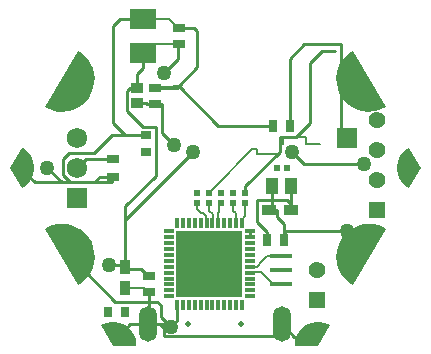
<source format=gbr>
%TF.GenerationSoftware,Altium Limited,Altium Designer,25.8.1 (18)*%
G04 Layer_Physical_Order=2*
G04 Layer_Color=16711680*
%FSLAX45Y45*%
%MOMM*%
%TF.SameCoordinates,DBAD572D-54B9-4E5B-BD18-095DBB1A99D2*%
%TF.FilePolarity,Positive*%
%TF.FileFunction,Copper,L2,Bot,Signal*%
%TF.Part,Single*%
G01*
G75*
%TA.AperFunction,SMDPad,CuDef*%
%ADD15R,0.65000X0.90000*%
%ADD16R,0.98000X0.88000*%
G04:AMPARAMS|DCode=23|XSize=1mm|YSize=1mm|CornerRadius=0.5mm|HoleSize=0mm|Usage=FLASHONLY|Rotation=0.000|XOffset=0mm|YOffset=0mm|HoleType=Round|Shape=RoundedRectangle|*
%AMROUNDEDRECTD23*
21,1,1.00000,0.00000,0,0,0.0*
21,1,0.00000,1.00000,0,0,0.0*
1,1,1.00000,0.00000,0.00000*
1,1,1.00000,0.00000,0.00000*
1,1,1.00000,0.00000,0.00000*
1,1,1.00000,0.00000,0.00000*
%
%ADD23ROUNDEDRECTD23*%
G04:AMPARAMS|DCode=24|XSize=1mm|YSize=1mm|CornerRadius=0.5mm|HoleSize=0mm|Usage=FLASHONLY|Rotation=300.000|XOffset=0mm|YOffset=0mm|HoleType=Round|Shape=RoundedRectangle|*
%AMROUNDEDRECTD24*
21,1,1.00000,0.00000,0,0,300.0*
21,1,0.00000,1.00000,0,0,300.0*
1,1,1.00000,0.00000,0.00000*
1,1,1.00000,0.00000,0.00000*
1,1,1.00000,0.00000,0.00000*
1,1,1.00000,0.00000,0.00000*
%
%ADD24ROUNDEDRECTD24*%
G04:AMPARAMS|DCode=26|XSize=1mm|YSize=1mm|CornerRadius=0.5mm|HoleSize=0mm|Usage=FLASHONLY|Rotation=240.000|XOffset=0mm|YOffset=0mm|HoleType=Round|Shape=RoundedRectangle|*
%AMROUNDEDRECTD26*
21,1,1.00000,0.00000,0,0,240.0*
21,1,0.00000,1.00000,0,0,240.0*
1,1,1.00000,0.00000,0.00000*
1,1,1.00000,0.00000,0.00000*
1,1,1.00000,0.00000,0.00000*
1,1,1.00000,0.00000,0.00000*
%
%ADD26ROUNDEDRECTD26*%
%ADD28R,0.78000X0.98000*%
%TA.AperFunction,Conductor*%
%ADD29C,0.25400*%
%TA.AperFunction,ComponentPad*%
%ADD30O,1.50000X3.00000*%
%ADD31C,1.42500*%
%ADD32R,1.42500X1.42500*%
%ADD33R,1.42500X1.42500*%
%ADD34C,0.50000*%
%ADD35R,1.72500X1.72500*%
%ADD36C,1.72500*%
%ADD37R,1.72500X1.72500*%
%TA.AperFunction,ViaPad*%
%ADD38C,1.27000*%
%TA.AperFunction,SMDPad,CuDef*%
%ADD39R,2.30000X1.80000*%
%ADD40R,1.02000X1.47000*%
%ADD41R,1.30000X0.95000*%
%ADD42R,1.90000X0.40005*%
%ADD43R,0.55880X0.55880*%
%ADD44R,0.90000X0.65000*%
%ADD45R,0.98000X0.78000*%
%ADD46R,0.55880X0.55880*%
%ADD47R,0.85000X0.30000*%
%ADD48R,0.30000X0.85000*%
%ADD49R,1.00000X0.80000*%
%ADD50R,5.70000X5.70000*%
%ADD51R,0.95000X1.30000*%
%TA.AperFunction,Conductor*%
%ADD52C,0.17780*%
G36*
X-967811Y-1333215D02*
X-952880Y-1324100D01*
X-920253Y-1311473D01*
X-885900Y-1304850D01*
X-850917Y-1304442D01*
X-816419Y-1310262D01*
X-783506Y-1322126D01*
X-753228Y-1339653D01*
X-726550Y-1362287D01*
X-704323Y-1389304D01*
X-687255Y-1419844D01*
X-675891Y-1452932D01*
X-670593Y-1487514D01*
X-671062Y-1505001D01*
Y-1505001D01*
X-868880D01*
X-967811Y-1333215D01*
D02*
G37*
G36*
X-1440820Y-514207D02*
X-1422047Y-502916D01*
X-1381401Y-486560D01*
X-1338679Y-476842D01*
X-1294958Y-474006D01*
X-1251338Y-478123D01*
X-1208920Y-489091D01*
X-1168771Y-506632D01*
X-1131904Y-530306D01*
X-1099246Y-559514D01*
X-1071623Y-593522D01*
X-1049728Y-631472D01*
X-1034114Y-672409D01*
X-1025174Y-715301D01*
X-1023133Y-759067D01*
X-1028043Y-802604D01*
X-1039781Y-844816D01*
X-1058049Y-884639D01*
X-1082389Y-921070D01*
X-1112186Y-953190D01*
X-1146691Y-980191D01*
X-1165862Y-990792D01*
Y-990791D01*
X-1440820Y-514207D01*
D02*
G37*
G36*
X-1638198Y171702D02*
X-1622840Y163329D01*
X-1595590Y141387D01*
X-1572678Y114948D01*
X-1554833Y84856D01*
X-1542625Y52069D01*
X-1536442Y17634D01*
X-1536483Y-17351D01*
X-1542745Y-51772D01*
X-1555029Y-84530D01*
X-1572944Y-114581D01*
X-1595917Y-140966D01*
X-1623217Y-162845D01*
X-1638595Y-171183D01*
Y-171183D01*
X-1737504Y133D01*
X-1638198Y171702D01*
D02*
G37*
G36*
X-1166015Y990182D02*
X-1146851Y979570D01*
X-1112363Y952547D01*
X-1082586Y920408D01*
X-1058269Y883962D01*
X-1040025Y844128D01*
X-1028314Y801908D01*
X-1023431Y758368D01*
X-1025499Y714603D01*
X-1034466Y671717D01*
X-1050106Y630790D01*
X-1072024Y592854D01*
X-1099669Y558863D01*
X-1132344Y529675D01*
X-1169227Y506025D01*
X-1209386Y488509D01*
X-1251812Y477567D01*
X-1295434Y473477D01*
X-1339153Y476340D01*
X-1381869Y486086D01*
X-1422505Y502467D01*
X-1441271Y513770D01*
X-1441271Y513770D01*
X-1166015Y990182D01*
D02*
G37*
G36*
X670413Y-1504917D02*
X669985Y-1487430D01*
X675363Y-1452860D01*
X686803Y-1419798D01*
X703942Y-1389298D01*
X726231Y-1362332D01*
X752962Y-1339760D01*
X783280Y-1322303D01*
X816220Y-1310516D01*
X850732Y-1304775D01*
X885714Y-1305264D01*
X920051Y-1311966D01*
X952649Y-1324669D01*
X967559Y-1333818D01*
D01*
X868649Y-1505134D01*
X670413Y-1504917D01*
D02*
G37*
G36*
X1166013Y-991185D02*
X1146849Y-980572D01*
X1112361Y-953550D01*
X1082584Y-921411D01*
X1058267Y-884965D01*
X1040023Y-845130D01*
X1028312Y-802911D01*
X1023429Y-759371D01*
X1025497Y-715606D01*
X1034464Y-672720D01*
X1050104Y-631793D01*
X1072022Y-593856D01*
X1099667Y-559866D01*
X1132342Y-530678D01*
X1169224Y-507027D01*
X1209384Y-489511D01*
X1251810Y-478570D01*
X1295431Y-474480D01*
X1339151Y-477343D01*
X1381867Y-487088D01*
X1422503Y-503470D01*
X1441269Y-514772D01*
D01*
X1166013Y-991185D01*
D02*
G37*
G36*
X1638198Y-171702D02*
X1622840Y-163329D01*
X1595590Y-141387D01*
X1572678Y-114948D01*
X1554833Y-84856D01*
X1542625Y-52070D01*
X1536442Y-17635D01*
X1536483Y17351D01*
X1542745Y51771D01*
X1555029Y84529D01*
X1572943Y114580D01*
X1595917Y140966D01*
X1623217Y162845D01*
X1638595Y171183D01*
X1638595Y171183D01*
X1737504Y-133D01*
X1638198Y-171702D01*
D02*
G37*
G36*
X1440820Y514207D02*
X1422047Y502916D01*
X1381401Y486560D01*
X1338679Y476841D01*
X1294957Y474005D01*
X1251338Y478123D01*
X1208919Y489091D01*
X1168771Y506632D01*
X1131903Y530305D01*
X1099246Y559514D01*
X1071622Y593522D01*
X1049728Y631472D01*
X1034114Y672409D01*
X1025173Y715300D01*
X1023133Y759066D01*
X1028043Y802604D01*
X1039780Y844816D01*
X1058049Y884639D01*
X1082389Y921069D01*
X1112186Y953190D01*
X1146691Y980191D01*
X1165862Y990791D01*
X1165862D01*
X1440820Y514207D01*
D02*
G37*
D15*
X-762002Y-1219202D02*
D03*
X-907000D02*
D03*
D16*
X-660402Y672601D02*
D03*
Y546601D02*
D03*
D23*
X-826010Y-1431012D02*
D03*
X-1239014Y-715012D02*
D03*
X1239010Y715008D02*
D03*
D24*
X1651989Y-2D02*
D03*
X-1651992D02*
D03*
X-1239014Y715008D02*
D03*
X1239010Y-716012D02*
D03*
D26*
X826006Y-1431012D02*
D03*
D28*
X438001Y-609602D02*
D03*
X578001D02*
D03*
X488801Y355598D02*
D03*
X628801D02*
D03*
D29*
X488801Y355588D02*
Y355598D01*
X24291Y355588D02*
X488801D01*
X-182018Y1187601D02*
X-152402Y1157984D01*
Y849547D02*
Y1157984D01*
X564401Y-1427492D02*
Y-1326801D01*
X668613Y-1431012D01*
X826006D01*
X294201Y-587798D02*
Y-537801D01*
X-304802Y1187601D02*
X-182018D01*
X-311035Y690914D02*
X-152402Y849547D01*
X-322348Y679601D02*
X-311035Y690914D01*
X-804948Y1262602D02*
X-609602D01*
X-870074Y1197476D02*
X-804948Y1262602D01*
X-508002Y679601D02*
X-322348D01*
X-311035Y690914D02*
X24291Y355588D01*
X-508002Y679601D02*
X-311035Y690914D01*
X-870074Y380988D02*
X-764786Y275700D01*
X-876302D02*
X-764786D01*
X-587900D01*
X-870074Y380988D02*
Y1197476D01*
X-1025014Y126988D02*
X-876302Y275700D01*
X-1242062Y126988D02*
X-1025014D01*
X-1027376Y-124472D02*
X-977902Y-74998D01*
X-1292862Y-63512D02*
X-1231902Y-124472D01*
X-1292862Y76188D02*
X-1242062Y126988D01*
X-1292862Y-63512D02*
Y76188D01*
X-1651992Y-2D02*
X-1527522Y-124472D01*
X-1422402Y-12D02*
X-1297942Y-124472D01*
X-873762Y-74998D02*
X-863602D01*
X-977902D02*
X-873762D01*
X-1027376Y-124472D02*
X-873762D01*
X-1297942D02*
X-1231902D01*
X-1527522D02*
X-1297942D01*
X-1231902D02*
X-1027376D01*
X-558802Y-1184632D02*
Y-1054401D01*
X-357187Y-1326801D02*
X-325797Y-1295412D01*
Y-1157800D01*
X-469902Y-1326801D02*
X-357187D01*
X-439422Y-1427492D02*
Y-1357281D01*
Y-1427492D02*
X564401D01*
X-469902Y-1326801D02*
X-439422Y-1357281D01*
X-575601Y-1201432D02*
X-558802Y-1184632D01*
X-575601Y-1326801D02*
X-469902D01*
X-873762Y-124472D02*
Y-74998D01*
X-575601Y-1326801D02*
Y-1201432D01*
X-721799Y-1326801D02*
X-575601D01*
X-826010Y-1431012D02*
X-721799Y-1326801D01*
X637198Y-304812D02*
Y-230212D01*
X-314962Y922008D02*
Y1047601D01*
X-762002Y-855992D02*
X-627372D01*
X-762002Y-825512D02*
Y-441972D01*
Y-327672D01*
X-904242Y-825512D02*
X-762002D01*
X578001Y-556272D02*
Y-473874D01*
X478798Y-355602D02*
X518158D01*
X478798D02*
Y-152402D01*
X518158Y-414032D02*
Y-355602D01*
X-453991Y296498D02*
Y539601D01*
X-1099822Y-881392D02*
Y-723912D01*
Y-881392D02*
X-848362Y-1132852D01*
X-495302D01*
X-462282Y-1165872D01*
Y-1262392D02*
Y-1165872D01*
Y-1262392D02*
X-373382Y-1351292D01*
X578001Y-609602D02*
Y-574194D01*
Y-556272D01*
X598321Y-535952D01*
X1115058D01*
X457198Y-355602D02*
X478798D01*
X637198D02*
Y-304812D01*
X601638Y-269252D02*
X637198Y-304812D01*
X353058Y-269252D02*
X601638D01*
X353058Y-458629D02*
Y-269252D01*
Y-458629D02*
X438001Y-543572D01*
Y-609602D02*
Y-543572D01*
X637198Y-230212D02*
X638798Y-228612D01*
Y-152402D01*
X518158Y-414032D02*
X578001Y-473874D01*
X253998Y-209552D02*
Y-154942D01*
X544691Y135751D01*
Y264026D01*
X683314D01*
X800276Y380988D01*
Y888988D01*
X903903Y992615D01*
X1011792D01*
X749298Y27928D02*
X1259838D01*
X647698Y129528D02*
X749298Y27928D01*
X-762002Y-441972D02*
X-190502Y129528D01*
X-1093401Y75000D02*
X-863602D01*
X-1168402Y-2D02*
X-1093401Y75000D01*
X-453991Y296498D02*
X-353062Y195568D01*
X-508002Y539601D02*
X-453991D01*
X-431802Y805168D02*
X-314962Y922008D01*
X-762002Y-836002D02*
Y-825512D01*
X628801Y355598D02*
Y923431D01*
X749298Y1043928D01*
X1064258D01*
X1066798Y1041388D01*
Y203198D02*
Y1041388D01*
X-723902Y672601D02*
X-660402D01*
X-749302Y647201D02*
X-723902Y672601D01*
X-749302Y482588D02*
Y647201D01*
Y482588D02*
X-613021Y346307D01*
X-504791D01*
Y-70461D02*
Y346307D01*
X-762002Y-327672D02*
X-504791Y-70461D01*
X-762002Y-855992D02*
Y-836002D01*
X-627372Y-855992D02*
X-568962Y-914402D01*
X-558802D01*
X-609602Y845808D02*
Y972600D01*
X-660402Y795008D02*
X-609602Y845808D01*
X-660402Y672601D02*
Y795008D01*
X-582282Y539601D02*
X-508002D01*
X-589282Y546601D02*
X-582282Y539601D01*
X-660402Y546601D02*
X-589282D01*
D30*
X564401Y-1326801D02*
D03*
X-575601D02*
D03*
D31*
X1371600Y406400D02*
D03*
Y152400D02*
D03*
Y-101600D02*
D03*
X863598Y-863602D02*
D03*
D32*
X1371600Y-355600D02*
D03*
D33*
X863598Y-1117602D02*
D03*
D34*
X-230598Y-1326801D02*
D03*
X219398D02*
D03*
D35*
X-1168402Y-254002D02*
D03*
D36*
Y-2D02*
D03*
Y253998D02*
D03*
D37*
X1117600Y254000D02*
D03*
D38*
X-1422402Y-12D02*
D03*
X-1099822Y-723912D02*
D03*
X-373382Y-1351292D02*
D03*
X1115058Y-535952D02*
D03*
X1259838Y27928D02*
D03*
X647698Y129528D02*
D03*
X-190502D02*
D03*
X-353062Y195568D02*
D03*
X-431802Y805168D02*
D03*
X-904242Y-825512D02*
D03*
D39*
X-609602Y972600D02*
D03*
Y1262602D02*
D03*
D40*
X478798Y-152402D02*
D03*
X638798D02*
D03*
D41*
X457198Y-355602D02*
D03*
X637198D02*
D03*
D42*
X558798Y-743612D02*
D03*
Y-863602D02*
D03*
Y-983591D02*
D03*
D43*
X520698Y-2D02*
D03*
X609598D02*
D03*
D44*
X-587900Y275700D02*
D03*
Y130702D02*
D03*
D45*
X-508002Y539601D02*
D03*
Y679601D02*
D03*
X-304802Y1187601D02*
D03*
X-558802Y-1054401D02*
D03*
X-304802Y1047601D02*
D03*
X-558802Y-914402D02*
D03*
D46*
X-152402Y-209552D02*
D03*
X50798D02*
D03*
Y-298452D02*
D03*
X-50802Y-209552D02*
D03*
Y-298452D02*
D03*
X-152402D02*
D03*
X152398Y-209552D02*
D03*
X253998D02*
D03*
Y-298452D02*
D03*
X152398D02*
D03*
D47*
X294201Y-637801D02*
D03*
Y-537801D02*
D03*
Y-587798D02*
D03*
X-395800Y-1087802D02*
D03*
Y-837800D02*
D03*
X294201D02*
D03*
X-395800Y-537801D02*
D03*
Y-587798D02*
D03*
Y-637801D02*
D03*
Y-687798D02*
D03*
Y-737800D02*
D03*
Y-787798D02*
D03*
Y-887798D02*
D03*
Y-937800D02*
D03*
Y-987797D02*
D03*
Y-1037800D02*
D03*
X294201Y-1087802D02*
D03*
Y-1037800D02*
D03*
Y-987797D02*
D03*
Y-937800D02*
D03*
Y-887798D02*
D03*
Y-787798D02*
D03*
Y-737800D02*
D03*
Y-687798D02*
D03*
D48*
X-275800Y-1157800D02*
D03*
X-325797D02*
D03*
X224199Y-467798D02*
D03*
X174202D02*
D03*
X124199D02*
D03*
X74202D02*
D03*
X24199D02*
D03*
X-25798D02*
D03*
X-75800D02*
D03*
X-125798D02*
D03*
X-175800D02*
D03*
X-225798D02*
D03*
X-275800D02*
D03*
X-325797D02*
D03*
X-225798Y-1157800D02*
D03*
X-175800D02*
D03*
X-125798D02*
D03*
X-75800D02*
D03*
X-25798D02*
D03*
X24199D02*
D03*
X74202D02*
D03*
X124199D02*
D03*
X174202D02*
D03*
X224199D02*
D03*
D49*
X-863602Y-74998D02*
D03*
Y75000D02*
D03*
D50*
X-50802Y-812802D02*
D03*
D51*
X-762002Y-1016002D02*
D03*
Y-836002D02*
D03*
D52*
X-389800Y1262602D02*
X-314799Y1187601D01*
X-304802D01*
X-609602Y1262602D02*
X-389800D01*
X-607199Y-1016002D02*
X-568799Y-1054401D01*
X-558802D01*
X-762002Y-1016002D02*
X-607199D01*
X-314962Y1047601D02*
X-304802D01*
X-534601D02*
X-314962D01*
X-50802Y-209552D02*
X-11432Y-170182D01*
Y-167408D01*
X312174Y156198D01*
X352921D01*
Y118098D02*
Y156198D01*
Y118098D02*
X547368D01*
Y119907D01*
X548501D01*
Y203198D01*
X567688D01*
Y260216D01*
X763268D01*
Y203198D02*
Y260216D01*
Y203198D02*
X886402D01*
X294201Y-887000D02*
X294913Y-886289D01*
X386505D01*
X483802Y-983591D01*
X558798D01*
X437132Y-743612D02*
X558798D01*
X394018Y-786726D02*
X437132Y-743612D01*
X394018Y-793177D02*
Y-786726D01*
X350904Y-836291D02*
X394018Y-793177D01*
X294913Y-836291D02*
X350904D01*
X294201Y-836998D02*
X294913Y-836291D01*
X-25798Y-467798D02*
X-25092Y-467087D01*
Y-388698D01*
X-50802Y-362988D02*
X-25092Y-388698D01*
X-50802Y-362988D02*
Y-298452D01*
X31748Y-317502D02*
X50798Y-298452D01*
X31748Y-372071D02*
Y-317502D01*
X24199Y-379620D02*
X31748Y-372071D01*
X24199Y-467798D02*
Y-379620D01*
X-76512Y-467087D02*
X-75800Y-467798D01*
X-76512Y-467087D02*
Y-411095D01*
X-108704Y-378903D02*
X-76512Y-411095D01*
X-120205Y-378903D02*
X-108704D01*
X-152402Y-346712D02*
X-120205Y-378903D01*
X-152402Y-346712D02*
Y-298452D01*
X173490Y-467087D02*
X174202Y-467798D01*
X173490Y-467087D02*
Y-386391D01*
X152398Y-365299D02*
X173490Y-386391D01*
X152398Y-365299D02*
Y-298452D01*
X253998Y-410501D02*
Y-298452D01*
X224199Y-440300D02*
X253998Y-410501D01*
X224199Y-467798D02*
Y-440300D01*
X-609602Y972600D02*
X-534601Y1047601D01*
%TF.MD5,2fe49ed74f35a2d7c0b38dd8ce99a700*%
M02*

</source>
